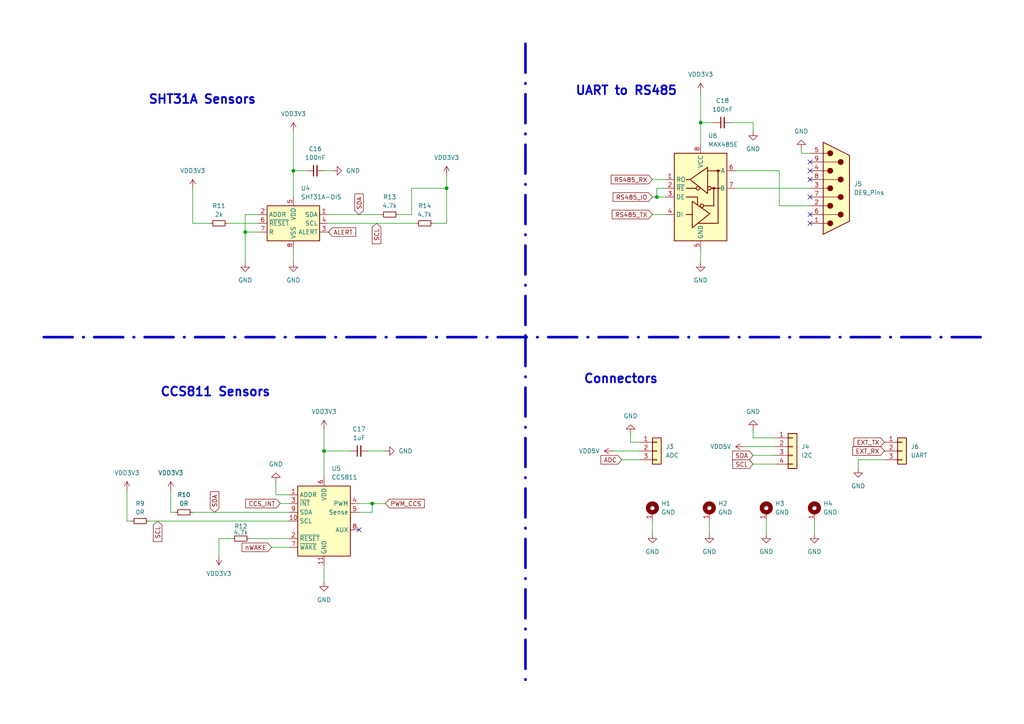
<source format=kicad_sch>
(kicad_sch (version 20250114) (generator "eeschema") (generator_version "9.0")
  (paper "A4")
  (title_block (title "Sensors") (date "2025-03-16") (comment 3 "Yusuf Karabocek") (comment 4 "Designed by"))
  (lib_symbols
    (symbol "Connector:DE9_Pins" (pin_names (offset 1.016) (hide yes))
      (property "Reference" "J" (at 0 13.97 0))
      (property "Value" "DE9_Pins" (at 0 -14.605 0))
      (symbol "DE9_Pins_0_1"
        (polyline (pts (xy -3.81 10.16) (xy -2.54 10.16)))
        (polyline (pts (xy -3.81 7.62) (xy 0.508 7.62)))
        (polyline (pts (xy -3.81 5.08) (xy -2.54 5.08)))
        (polyline (pts (xy -3.81 2.54) (xy 0.508 2.54)))
        (polyline (pts (xy -3.81 0) (xy -2.54 0)))
        (polyline (pts (xy -3.81 -2.54) (xy 0.508 -2.54)))
        (polyline (pts (xy -3.81 -5.08) (xy -2.54 -5.08)))
        (polyline (pts (xy -3.81 -7.62) (xy 0.508 -7.62)))
        (polyline (pts (xy -3.81 -10.16) (xy -2.54 -10.16)))
        (polyline (pts (xy -3.81 -13.335) (xy -3.81 13.335) (xy 3.81 9.525) (xy 3.81 -9.525) (xy -3.81 -13.335)) (stroke (width 0.254)) (fill (type background)))
        (circle (center -1.778 10.16) (radius 0.762) (fill (type outline)))
        (circle (center -1.778 5.08) (radius 0.762) (fill (type outline)))
        (circle (center -1.778 0) (radius 0.762) (fill (type outline)))
        (circle (center -1.778 -5.08) (radius 0.762) (fill (type outline)))
        (circle (center -1.778 -10.16) (radius 0.762) (fill (type outline)))
        (circle (center 1.27 7.62) (radius 0.762) (fill (type outline)))
        (circle (center 1.27 2.54) (radius 0.762) (fill (type outline)))
        (circle (center 1.27 -2.54) (radius 0.762) (fill (type outline)))
        (circle (center 1.27 -7.62) (radius 0.762) (fill (type outline)))
      )
      (symbol "DE9_Pins_1_1"
        (pin passive line (at -7.62 10.16 0) (length 3.81) (name "5") (number "5"))
        (pin passive line (at -7.62 7.62 0) (length 3.81) (name "9") (number "9"))
        (pin passive line (at -7.62 5.08 0) (length 3.81) (name "4") (number "4"))
        (pin passive line (at -7.62 2.54 0) (length 3.81) (name "8") (number "8"))
        (pin passive line (at -7.62 0 0) (length 3.81) (name "3") (number "3"))
        (pin passive line (at -7.62 -2.54 0) (length 3.81) (name "7") (number "7"))
        (pin passive line (at -7.62 -5.08 0) (length 3.81) (name "2") (number "2"))
        (pin passive line (at -7.62 -7.62 0) (length 3.81) (name "6") (number "6"))
        (pin passive line (at -7.62 -10.16 0) (length 3.81) (name "1") (number "1"))
      )
    )
    (symbol "Connector_Generic:Conn_01x03" (pin_names (offset 1.016) (hide yes))
      (property "Reference" "J" (at 0 5.08 0))
      (property "Value" "Conn_01x03" (at 0 -5.08 0))
      (symbol "Conn_01x03_1_1"
        (rectangle (start -1.27 3.81) (end 1.27 -3.81) (stroke (width 0.254)) (fill (type background)))
        (rectangle (start -1.27 2.667) (end 0 2.413) (stroke (width 0.1524)))
        (rectangle (start -1.27 0.127) (end 0 -0.127) (stroke (width 0.1524)))
        (rectangle (start -1.27 -2.413) (end 0 -2.667) (stroke (width 0.1524)))
        (pin passive line (at -5.08 2.54 0) (length 3.81) (name "Pin_1") (number "1"))
        (pin passive line (at -5.08 0 0) (length 3.81) (name "Pin_2") (number "2"))
        (pin passive line (at -5.08 -2.54 0) (length 3.81) (name "Pin_3") (number "3"))
      )
    )
    (symbol "Connector_Generic:Conn_01x04" (pin_names (offset 1.016) (hide yes))
      (property "Reference" "J" (at 0 5.08 0))
      (property "Value" "Conn_01x04" (at 0 -7.62 0))
      (symbol "Conn_01x04_1_1"
        (rectangle (start -1.27 3.81) (end 1.27 -6.35) (stroke (width 0.254)) (fill (type background)))
        (rectangle (start -1.27 2.667) (end 0 2.413) (stroke (width 0.1524)))
        (rectangle (start -1.27 0.127) (end 0 -0.127) (stroke (width 0.1524)))
        (rectangle (start -1.27 -2.413) (end 0 -2.667) (stroke (width 0.1524)))
        (rectangle (start -1.27 -4.953) (end 0 -5.207) (stroke (width 0.1524)))
        (pin passive line (at -5.08 2.54 0) (length 3.81) (name "Pin_1") (number "1"))
        (pin passive line (at -5.08 0 0) (length 3.81) (name "Pin_2") (number "2"))
        (pin passive line (at -5.08 -2.54 0) (length 3.81) (name "Pin_3") (number "3"))
        (pin passive line (at -5.08 -5.08 0) (length 3.81) (name "Pin_4") (number "4"))
      )
    )
    (symbol "Device:C_Small" (pin_numbers (hide yes)) (pin_names (offset 0.254) (hide yes))
      (property "Reference" "C" (at 0.254 1.778 0))
      (property "Value" "C_Small" (at 0.254 -2.032 0))
      (symbol "C_Small_0_1"
        (polyline (pts (xy -1.524 0.508) (xy 1.524 0.508)) (stroke (width 0.3048)))
        (polyline (pts (xy -1.524 -0.508) (xy 1.524 -0.508)) (stroke (width 0.3302)))
      )
      (symbol "C_Small_1_1"
        (pin passive line (at 0 2.54 270) (length 2.032) (name "~") (number "1"))
        (pin passive line (at 0 -2.54 90) (length 2.032) (name "~") (number "2"))
      )
    )
    (symbol "Device:R_Small" (pin_numbers (hide yes)) (pin_names (offset 0.254) (hide yes))
      (property "Reference" "R" (at 0.762 0.508 0))
      (property "Value" "R_Small" (at 0.762 -1.016 0))
      (symbol "R_Small_0_1"
        (rectangle (start -0.762 1.778) (end 0.762 -1.778) (stroke (width 0.2032)))
      )
      (symbol "R_Small_1_1"
        (pin passive line (at 0 2.54 270) (length 0.762) (name "~") (number "1"))
        (pin passive line (at 0 -2.54 90) (length 0.762) (name "~") (number "2"))
      )
    )
    (symbol "Interface_UART:MAX485E"
      (property "Reference" "U" (at -6.985 13.97 0))
      (property "Value" "MAX485E" (at 1.905 13.97 0))
      (symbol "MAX485E_0_1"
        (rectangle (start -7.62 12.7) (end 7.62 -12.7) (stroke (width 0.254)) (fill (type background)))
        (polyline (pts (xy -4.191 2.54) (xy -1.27 2.54)) (stroke (width 0.254)))
        (polyline (pts (xy -4.191 0) (xy -0.889 0) (xy -0.889 -2.286)) (stroke (width 0.254)))
        (polyline (pts (xy -3.175 5.08) (xy -4.191 5.08) (xy -4.064 5.08)) (stroke (width 0.254)))
        (polyline (pts (xy -2.54 -5.08) (xy -4.191 -5.08)) (stroke (width 0.254)))
        (polyline (pts (xy -2.413 -5.08) (xy -2.413 -1.27) (xy 2.667 -4.826) (xy -2.413 -8.89) (xy -2.413 -5.08)) (stroke (width 0.254)))
        (polyline (pts (xy -0.635 -7.62) (xy 5.08 -7.62)) (stroke (width 0.254)))
        (circle (center 0.381 -2.54) (radius 0.508) (stroke (width 0.254)))
        (polyline (pts (xy 0.889 -2.54) (xy 3.81 -2.54)) (stroke (width 0.254)))
        (polyline (pts (xy 2.032 7.62) (xy 5.715 7.62)) (stroke (width 0.254)))
        (polyline (pts (xy 3.048 2.54) (xy 5.715 2.54)) (stroke (width 0.254)))
        (circle (center 3.81 2.54) (radius 0.2794) (stroke (width 0.254)) (fill (type outline)))
        (polyline (pts (xy 3.81 -2.54) (xy 3.81 2.54)) (stroke (width 0.254)))
        (polyline (pts (xy 5.08 -7.62) (xy 5.08 7.62)) (stroke (width 0.254)))
      )
      (symbol "MAX485E_1_1"
        (circle (center -0.762 2.54) (radius 0.508) (stroke (width 0.254)))
        (polyline (pts (xy 2.032 4.826) (xy 2.032 8.636) (xy -3.048 5.08) (xy 2.032 1.016) (xy 2.032 4.826)) (stroke (width 0.254)))
        (circle (center 2.54 2.54) (radius 0.508) (stroke (width 0.254)))
        (circle (center 5.08 7.62) (radius 0.2794) (stroke (width 0.254)) (fill (type outline)))
        (pin output line (at -10.16 5.08 0) (length 2.54) (name "RO") (number "1"))
        (pin input line (at -10.16 2.54 0) (length 2.54) (name "~{RE}") (number "2"))
        (pin input line (at -10.16 0 0) (length 2.54) (name "DE") (number "3"))
        (pin input line (at -10.16 -5.08 0) (length 2.54) (name "DI") (number "4"))
        (pin power_in line (at 0 15.24 270) (length 2.54) (name "VCC") (number "8"))
        (pin power_in line (at 0 -15.24 90) (length 2.54) (name "GND") (number "5"))
        (pin bidirectional line (at 10.16 7.62 180) (length 2.54) (name "A") (number "6"))
        (pin bidirectional line (at 10.16 2.54 180) (length 2.54) (name "B") (number "7"))
      )
    )
    (symbol "Mechanical:MountingHole_Pad" (pin_names (offset 1.016)) (exclude_from_sim yes) (in_bom no)
      (property "Reference" "H" (at 0 6.35 0))
      (property "Value" "MountingHole_Pad" (at 0 4.445 0))
      (symbol "MountingHole_Pad_0_1"
        (circle (center 0 1.27) (radius 1.27) (stroke (width 1.27)))
      )
      (symbol "MountingHole_Pad_1_1"
        (pin input line (at 0 -2.54 90) (length 2.54) (name "1") (number "1"))
      )
    )
    (symbol "Sensor_Gas:CCS811"
      (property "Reference" "U" (at -8.89 13.97 0))
      (property "Value" "CCS811" (at -6.35 11.43 0))
      (symbol "CCS811_0_1"
        (rectangle (start -7.62 10.16) (end 7.62 -10.16) (stroke (width 0.254)) (fill (type background)))
      )
      (symbol "CCS811_1_1"
        (pin input line (at -10.16 7.62 0) (length 2.54) (name "ADDR") (number "1"))
        (pin output line (at -10.16 5.08 0) (length 2.54) (name "~{INT}") (number "3"))
        (pin bidirectional line (at -10.16 2.54 0) (length 2.54) (name "SDA") (number "9"))
        (pin input line (at -10.16 0 0) (length 2.54) (name "SCL") (number "10"))
        (pin input line (at -10.16 -5.08 0) (length 2.54) (name "~{RESET}") (number "2"))
        (pin input line (at -10.16 -7.62 0) (length 2.54) (name "~{WAKE}") (number "7"))
        (pin power_in line (at 0 12.7 270) (length 2.54) (name "VDD") (number "6"))
        (pin power_in line (at 0 -12.7 90) (length 2.54) (name "GND") (number "11"))
        (pin output line (at 10.16 5.08 180) (length 2.54) (name "PWM") (number "4"))
        (pin bidirectional line (at 10.16 2.54 180) (length 2.54) (name "Sense") (number "5"))
        (pin input line (at 10.16 -2.54 180) (length 2.54) (name "AUX") (number "8"))
      )
    )
    (symbol "Sensor_Humidity:SHT31A-DIS"
      (property "Reference" "U" (at -6.35 6.35 0))
      (property "Value" "SHT31A-DIS" (at 6.35 6.35 0))
      (symbol "SHT31A-DIS_0_1"
        (rectangle (start -7.62 5.08) (end 7.62 -5.08) (stroke (width 0.254)) (fill (type background)))
      )
      (symbol "SHT31A-DIS_1_1"
        (pin input line (at -10.16 2.54 0) (length 2.54) (name "ADDR") (number "2"))
        (pin input line (at -10.16 0 0) (length 2.54) (name "~{RESET}") (number "6"))
        (pin passive line (at -10.16 -2.54 0) (length 2.54) (name "R") (number "7"))
        (pin power_in line (at 0 7.62 270) (length 2.54) (name "VDD") (number "5"))
        (pin power_in line (at 0 -7.62 90) (length 2.54) (name "VSS") (number "8"))
        (pin passive line (at 0 -7.62 90) (length 2.54) (hide yes) (name "VSS") (number "9"))
        (pin bidirectional line (at 10.16 2.54 180) (length 2.54) (name "SDA") (number "1"))
        (pin input line (at 10.16 0 180) (length 2.54) (name "SCL") (number "4"))
        (pin output line (at 10.16 -2.54 180) (length 2.54) (name "ALERT") (number "3"))
      )
    )
    (symbol "power:GND" (power) (pin_numbers (hide yes)) (pin_names (offset 0) (hide yes))
      (property "Value" "GND" (at 0 -3.81 0))
      (symbol "GND_0_1"
        (polyline (pts (xy 0 0) (xy 0 -1.27) (xy 1.27 -1.27) (xy 0 -2.54) (xy -1.27 -1.27) (xy 0 -1.27)))
      )
      (symbol "GND_1_1"
        (pin power_in line (at 0 0 270) (length 0) (name "~") (number "1"))
      )
    )
    (symbol "power:VCC" (power) (pin_numbers (hide yes)) (pin_names (offset 0) (hide yes))
      (property "Value" "VCC" (at 0 3.556 0))
      (symbol "VCC_0_1"
        (polyline (pts (xy -0.762 1.27) (xy 0 2.54)))
        (polyline (pts (xy 0 2.54) (xy 0.762 1.27)))
        (polyline (pts (xy 0 0) (xy 0 2.54)))
      )
      (symbol "VCC_1_1"
        (pin power_in line (at 0 0 90) (length 0) (name "~") (number "1"))
      )
    )
  )
  (text "UART to RS485 \n" (at 182.626 26.416 0) (effects (font (size 2.54 2.54) (thickness 0.508) (bold yes))))
  (text "CCS811 Sensors" (at 62.484 113.792 0) (effects (font (size 2.54 2.54) (thickness 0.508) (bold yes))))
  (text "Connectors\n" (at 180.086 109.982 0) (effects (font (size 2.54 2.54) (thickness 0.508) (bold yes))))
  (text "SHT31A Sensors\n" (at 58.674 28.956 0) (effects (font (size 2.54 2.54) (thickness 0.508) (bold yes))))
  (junction (at 203.2 35.56))
  (junction (at 93.98 130.81))
  (junction (at 190.5 57.15))
  (junction (at 85.09 49.53))
  (junction (at 129.54 54.61))
  (junction (at 107.95 146.05))
  (junction (at 71.12 67.31))
  (no_connect (at 234.95 46.99))
  (no_connect (at 234.95 52.07))
  (no_connect (at 234.95 64.77))
  (no_connect (at 234.95 49.53))
  (no_connect (at 234.95 57.15))
  (no_connect (at 234.95 62.23))
  (no_connect (at 104.14 153.67))
  (wire (pts (xy 72.39 156.21) (xy 83.82 156.21)))
  (wire (pts (xy 107.95 146.05) (xy 111.76 146.05)))
  (wire (pts (xy 218.44 134.62) (xy 224.79 134.62)))
  (wire (pts (xy 36.83 151.13) (xy 38.1 151.13)))
  (wire (pts (xy 185.42 128.27) (xy 182.88 128.27)))
  (wire (pts (xy 107.95 148.59) (xy 107.95 146.05)))
  (wire (pts (xy 218.44 127) (xy 224.79 127)))
  (wire (pts (xy 63.5 156.21) (xy 63.5 161.29)))
  (wire (pts (xy 193.04 54.61) (xy 190.5 54.61)))
  (wire (pts (xy 85.09 38.1) (xy 85.09 49.53)))
  (wire (pts (xy 218.44 124.46) (xy 218.44 127)))
  (wire (pts (xy 55.88 54.61) (xy 55.88 64.77)))
  (wire (pts (xy 218.44 132.08) (xy 224.79 132.08)))
  (wire (pts (xy 104.14 146.05) (xy 107.95 146.05)))
  (wire (pts (xy 85.09 49.53) (xy 85.09 57.15)))
  (wire (pts (xy 189.23 52.07) (xy 193.04 52.07)))
  (wire (pts (xy 93.98 124.46) (xy 93.98 130.81)))
  (wire (pts (xy 74.93 67.31) (xy 71.12 67.31)))
  (polyline (pts (xy 152.4 12.7) (xy 152.4 97.79)) (stroke (width 0.762) (type dash_dot)))
  (wire (pts (xy 85.09 72.39) (xy 85.09 76.2)))
  (wire (pts (xy 111.76 130.81) (xy 106.68 130.81)))
  (wire (pts (xy 218.44 35.56) (xy 218.44 38.1)))
  (wire (pts (xy 119.38 62.23) (xy 119.38 54.61)))
  (wire (pts (xy 78.74 158.75) (xy 83.82 158.75)))
  (wire (pts (xy 215.9 129.54) (xy 224.79 129.54)))
  (wire (pts (xy 80.01 139.7) (xy 80.01 143.51)))
  (wire (pts (xy 93.98 130.81) (xy 101.6 130.81)))
  (wire (pts (xy 115.57 62.23) (xy 119.38 62.23)))
  (polyline (pts (xy 152.4 97.79) (xy 152.4 198.12)) (stroke (width 0.762) (type dash_dot)))
  (wire (pts (xy 256.54 133.35) (xy 248.92 133.35)))
  (polyline (pts (xy 12.7 97.79) (xy 284.48 97.79)) (stroke (width 0.762) (type dash_dot)))
  (wire (pts (xy 248.92 133.35) (xy 248.92 135.89)))
  (wire (pts (xy 213.36 49.53) (xy 226.06 49.53)))
  (wire (pts (xy 226.06 49.53) (xy 226.06 59.69)))
  (wire (pts (xy 104.14 148.59) (xy 107.95 148.59)))
  (wire (pts (xy 119.38 54.61) (xy 129.54 54.61)))
  (wire (pts (xy 81.28 146.05) (xy 83.82 146.05)))
  (wire (pts (xy 83.82 148.59) (xy 55.88 148.59)))
  (wire (pts (xy 212.09 35.56) (xy 218.44 35.56)))
  (wire (pts (xy 93.98 138.43) (xy 93.98 130.81)))
  (wire (pts (xy 205.74 154.94) (xy 205.74 151.13)))
  (wire (pts (xy 226.06 59.69) (xy 234.95 59.69)))
  (wire (pts (xy 129.54 50.8) (xy 129.54 54.61)))
  (wire (pts (xy 36.83 142.24) (xy 36.83 151.13)))
  (wire (pts (xy 129.54 64.77) (xy 125.73 64.77)))
  (wire (pts (xy 189.23 154.94) (xy 189.23 151.13)))
  (wire (pts (xy 66.04 64.77) (xy 74.93 64.77)))
  (wire (pts (xy 55.88 64.77) (xy 60.96 64.77)))
  (wire (pts (xy 80.01 143.51) (xy 83.82 143.51)))
  (wire (pts (xy 190.5 57.15) (xy 193.04 57.15)))
  (wire (pts (xy 71.12 62.23) (xy 71.12 67.31)))
  (wire (pts (xy 180.34 133.35) (xy 185.42 133.35)))
  (wire (pts (xy 203.2 76.2) (xy 203.2 72.39)))
  (wire (pts (xy 96.52 49.53) (xy 93.98 49.53)))
  (wire (pts (xy 74.93 62.23) (xy 71.12 62.23)))
  (wire (pts (xy 213.36 54.61) (xy 234.95 54.61)))
  (wire (pts (xy 222.25 154.94) (xy 222.25 151.13)))
  (wire (pts (xy 120.65 64.77) (xy 95.25 64.77)))
  (wire (pts (xy 189.23 62.23) (xy 193.04 62.23)))
  (wire (pts (xy 43.18 151.13) (xy 83.82 151.13)))
  (wire (pts (xy 177.8 130.81) (xy 185.42 130.81)))
  (wire (pts (xy 234.95 44.45) (xy 232.41 44.45)))
  (wire (pts (xy 232.41 44.45) (xy 232.41 43.18)))
  (wire (pts (xy 93.98 168.91) (xy 93.98 163.83)))
  (wire (pts (xy 203.2 26.67) (xy 203.2 35.56)))
  (wire (pts (xy 49.53 148.59) (xy 49.53 142.24)))
  (wire (pts (xy 189.23 57.15) (xy 190.5 57.15)))
  (wire (pts (xy 182.88 128.27) (xy 182.88 125.73)))
  (wire (pts (xy 88.9 49.53) (xy 85.09 49.53)))
  (wire (pts (xy 190.5 54.61) (xy 190.5 57.15)))
  (wire (pts (xy 71.12 67.31) (xy 71.12 76.2)))
  (wire (pts (xy 67.31 156.21) (xy 63.5 156.21)))
  (wire (pts (xy 203.2 41.91) (xy 203.2 35.56)))
  (wire (pts (xy 129.54 54.61) (xy 129.54 64.77)))
  (wire (pts (xy 95.25 62.23) (xy 110.49 62.23)))
  (wire (pts (xy 203.2 35.56) (xy 207.01 35.56)))
  (wire (pts (xy 50.8 148.59) (xy 49.53 148.59)))
  (wire (pts (xy 236.22 154.94) (xy 236.22 151.13)))
  (global_label "ALERT" (shape input) (at 95.25 67.31 0) (property "Intersheetrefs" "${INTERSHEET_REFS}" (effects (hide yes))))
  (global_label "RS485_TX" (shape input) (at 189.23 62.23 180) (property "Intersheetrefs" "${INTERSHEET_REFS}" (effects (hide yes))))
  (global_label "SDA" (shape input) (at 218.44 132.08 180) (property "Intersheetrefs" "${INTERSHEET_REFS}" (effects (hide yes))))
  (global_label "EXT_TX" (shape input) (at 256.54 128.27 180) (effects (font (thickness 0.1588))) (property "Intersheetrefs" "${INTERSHEET_REFS}" (effects (hide yes))))
  (global_label "SCL" (shape input) (at 218.44 134.62 180) (property "Intersheetrefs" "${INTERSHEET_REFS}" (effects (hide yes))))
  (global_label "SCL" (shape input) (at 109.22 64.77 270) (property "Intersheetrefs" "${INTERSHEET_REFS}" (effects (hide yes))))
  (global_label "RS485_IO" (shape input) (at 189.23 57.15 180) (property "Intersheetrefs" "${INTERSHEET_REFS}" (effects (hide yes))))
  (global_label "PWM_CCS" (shape input) (at 111.76 146.05 0) (property "Intersheetrefs" "${INTERSHEET_REFS}" (effects (hide yes))))
  (global_label "SDA" (shape input) (at 62.23 148.59 90) (property "Intersheetrefs" "${INTERSHEET_REFS}" (effects (hide yes))))
  (global_label "ADC" (shape input) (at 180.34 133.35 180) (property "Intersheetrefs" "${INTERSHEET_REFS}" (effects (hide yes))))
  (global_label "nWAKE" (shape input) (at 78.74 158.75 180) (property "Intersheetrefs" "${INTERSHEET_REFS}" (effects (hide yes))))
  (global_label "RS485_RX" (shape input) (at 189.23 52.07 180) (property "Intersheetrefs" "${INTERSHEET_REFS}" (effects (hide yes))))
  (global_label "SDA" (shape input) (at 104.14 62.23 90) (property "Intersheetrefs" "${INTERSHEET_REFS}" (effects (hide yes))))
  (global_label "EXT_RX" (shape input) (at 256.54 130.81 180) (effects (font (thickness 0.1588))) (property "Intersheetrefs" "${INTERSHEET_REFS}" (effects (hide yes))))
  (global_label "CCS_INT" (shape input) (at 81.28 146.05 180) (property "Intersheetrefs" "${INTERSHEET_REFS}" (effects (hide yes))))
  (global_label "SCL" (shape input) (at 45.72 151.13 270) (property "Intersheetrefs" "${INTERSHEET_REFS}" (effects (hide yes))))
  (symbol (lib_id "power:VCC") (at 63.5 161.29 180) (unit 1)
    (property "Reference" "#PWR030" (effects (hide yes)))
    (property "Value" "VDD3V3" (at 63.5 166.37 0))
    (property "Description" "Power symbol creates a global label with name \"VCC\"" (effects (hide yes)))
  )
  (symbol (lib_id "power:VCC") (at 177.8 130.81 90) (unit 1)
    (property "Reference" "#PWR040" (effects (hide yes)))
    (property "Value" "VDD5V" (at 173.99 130.8099 90) (effects (justify left)))
    (property "Description" "Power symbol creates a global label with name \"VCC\"" (effects (hide yes)))
  )
  (symbol (lib_id "power:GND") (at 218.44 124.46 180) (unit 1)
    (property "Reference" "#PWR044" (effects (hide yes)))
    (property "Value" "GND" (at 218.44 119.38 0))
    (property "Description" "Power symbol creates a global label with name \"GND\" , ground" (effects (hide yes)))
  )
  (symbol (lib_id "power:VCC") (at 215.9 129.54 90) (unit 1)
    (property "Reference" "#PWR043" (effects (hide yes)))
    (property "Value" "VDD5V" (at 212.09 129.5399 90) (effects (justify left)))
    (property "Description" "Power symbol creates a global label with name \"VCC\"" (effects (hide yes)))
  )
  (symbol (lib_id "power:GND") (at 80.01 139.7 180) (unit 1)
    (property "Reference" "#PWR032" (effects (hide yes)))
    (property "Value" "GND" (at 80.01 134.62 0))
    (property "Description" "Power symbol creates a global label with name \"GND\" , ground" (effects (hide yes)))
  )
  (symbol (lib_id "Device:R_Small") (at 123.19 64.77 90) (unit 1)
    (property "Reference" "R14" (at 123.19 59.69 90))
    (property "Value" "4.7k" (at 123.19 62.23 90))
    (property "Footprint" "Resistor_SMD:R_0603_1608Metric" (effects (hide yes)))
    (property "Description" "Resistor, small symbol" (effects (hide yes)))
  )
  (symbol (lib_id "power:GND") (at 96.52 49.53 90) (unit 1)
    (property "Reference" "#PWR037" (effects (hide yes)))
    (property "Value" "GND" (at 100.33 49.5299 90) (effects (justify right)))
    (property "Description" "Power symbol creates a global label with name \"GND\" , ground" (effects (hide yes)))
  )
  (symbol (lib_id "power:GND") (at 222.25 154.94 0) (unit 1)
    (property "Reference" "#PWR049" (effects (hide yes)))
    (property "Value" "GND" (at 222.25 160.02 0))
    (property "Description" "Power symbol creates a global label with name \"GND\" , ground" (effects (hide yes)))
  )
  (symbol (lib_id "Interface_UART:MAX485E") (at 203.2 57.15 0) (unit 1)
    (property "Reference" "U6" (at 205.3433 39.37 0) (effects (justify left)))
    (property "Value" "MAX485E" (at 205.3433 41.91 0) (effects (justify left)))
    (property "Footprint" "Package_SO:SOIC-8_3.9x4.9mm_P1.27mm" (effects (hide yes)))
    (property "Datasheet" "https://datasheets.maximintegrated.com/en/ds/MAX1487E-MAX491E.pdf" (effects (hide yes)))
    (property "Description" "Half duplex RS-485/RS-422, 2.5 Mbps, ±15kV electro-static discharge (ESD) protection, no slew-rate, no low-power shutdown, with receiver/driver enable, 32 receiver drive capability, DIP-8 and SOIC-8" (effects (hide yes)))
  )
  (symbol (lib_id "Mechanical:MountingHole_Pad") (at 189.23 148.59 0) (unit 1) (exclude_from_sim yes) (in_bom no)
    (property "Reference" "H1" (at 191.77 146.0499 0) (effects (justify left)))
    (property "Value" "GND" (at 191.77 148.5899 0) (effects (justify left)))
    (property "Footprint" "MountingHole:MountingHole_3.2mm_M3_ISO7380_Pad_TopBottom" (effects (hide yes)))
    (property "Description" "Mounting Hole with connection" (effects (hide yes)))
  )
  (symbol (lib_id "Connector_Generic:Conn_01x04") (at 229.87 129.54 0) (unit 1)
    (property "Reference" "J4" (at 232.41 129.5399 0) (effects (justify left)))
    (property "Value" "I2C" (at 232.41 132.0799 0) (effects (justify left)))
    (property "Footprint" "Connector:FanPinHeader_1x04_P2.54mm_Vertical" (effects (hide yes)))
    (property "Description" "Generic connector, single row, 01x04, script generated (kicad-library-utils/schlib/autogen/connector/)" (effects (hide yes)))
  )
  (symbol (lib_id "power:VCC") (at 129.54 50.8 0) (unit 1)
    (property "Reference" "#PWR039" (effects (hide yes)))
    (property "Value" "VDD3V3" (at 129.54 45.72 0))
    (property "Description" "Power symbol creates a global label with name \"VCC\"" (effects (hide yes)))
  )
  (symbol (lib_id "power:GND") (at 203.2 76.2 0) (unit 1)
    (property "Reference" "#PWR042" (effects (hide yes)))
    (property "Value" "GND" (at 203.2 81.28 0))
    (property "Description" "Power symbol creates a global label with name \"GND\" , ground" (effects (hide yes)))
  )
  (symbol (lib_id "power:VCC") (at 49.53 142.24 0) (unit 1)
    (property "Reference" "#PWR028" (effects (hide yes)))
    (property "Value" "VDD3V3" (at 49.53 137.16 0))
    (property "Description" "Power symbol creates a global label with name \"VCC\"" (effects (hide yes)))
  )
  (symbol (lib_id "Mechanical:MountingHole_Pad") (at 222.25 148.59 0) (unit 1) (exclude_from_sim yes) (in_bom no)
    (property "Reference" "H3" (at 224.79 146.0499 0) (effects (justify left)))
    (property "Value" "GND" (at 224.79 148.5899 0) (effects (justify left)))
    (property "Footprint" "MountingHole:MountingHole_3.2mm_M3_ISO7380_Pad_TopBottom" (effects (hide yes)))
    (property "Description" "Mounting Hole with connection" (effects (hide yes)))
  )
  (symbol (lib_id "power:VCC") (at 93.98 124.46 0) (unit 1)
    (property "Reference" "#PWR035" (effects (hide yes)))
    (property "Value" "VDD3V3" (at 93.98 119.38 0))
    (property "Description" "Power symbol creates a global label with name \"VCC\"" (effects (hide yes)))
  )
  (symbol (lib_id "power:GND") (at 93.98 168.91 0) (unit 1)
    (property "Reference" "#PWR036" (effects (hide yes)))
    (property "Value" "GND" (at 93.98 173.99 0))
    (property "Description" "Power symbol creates a global label with name \"GND\" , ground" (effects (hide yes)))
  )
  (symbol (lib_id "Device:R_Small") (at 40.64 151.13 90) (unit 1)
    (property "Reference" "R9" (at 40.64 146.05 90))
    (property "Value" "0R" (at 40.64 148.59 90))
    (property "Footprint" "Resistor_SMD:R_0603_1608Metric" (effects (hide yes)))
    (property "Description" "Resistor, small symbol" (effects (hide yes)))
  )
  (symbol (lib_id "Sensor_Humidity:SHT31A-DIS") (at 85.09 64.77 0) (unit 1)
    (property "Reference" "U4" (at 87.2333 54.61 0) (effects (justify left)))
    (property "Value" "SHT31A-DIS" (at 87.2333 57.15 0) (effects (justify left)))
    (property "Footprint" "Package_DFN_QFN:DFN-8-1EP_2x2mm_P0.5mm_EP0.6x1.2mm" (effects (hide yes)))
    (property "Datasheet" "https://www.sensirion.com/fileadmin/user_upload/customers/sensirion/Dokumente/2_Humidity_Sensors/Datasheets/Sensirion_Humidity_Sensors_SHT3xA_Datasheet.pdf" (effects (hide yes)))
    (property "Description" "I²C humidity and temperature sensor, ±2%RH, ±0.3°C, AEQ-100, DFN-8" (effects (hide yes)))
  )
  (symbol (lib_id "Device:R_Small") (at 69.85 156.21 90) (unit 1)
    (property "Reference" "R12" (at 69.85 152.654 90))
    (property "Value" "4.7k" (at 69.85 154.432 90))
    (property "Footprint" "Resistor_SMD:R_0603_1608Metric" (effects (hide yes)))
    (property "Description" "Resistor, small symbol" (effects (hide yes)))
  )
  (symbol (lib_id "power:GND") (at 111.76 130.81 90) (unit 1)
    (property "Reference" "#PWR038" (effects (hide yes)))
    (property "Value" "GND" (at 115.57 130.8099 90) (effects (justify right)))
    (property "Description" "Power symbol creates a global label with name \"GND\" , ground" (effects (hide yes)))
  )
  (symbol (lib_id "Device:C_Small") (at 209.55 35.56 90) (unit 1)
    (property "Reference" "C18" (at 209.5563 29.21 90))
    (property "Value" "100nF" (at 209.5563 31.75 90))
    (property "Footprint" "Capacitor_SMD:C_0603_1608Metric" (effects (hide yes)))
    (property "Description" "Unpolarized capacitor, small symbol" (effects (hide yes)))
  )
  (symbol (lib_id "power:VCC") (at 55.88 54.61 0) (unit 1)
    (property "Reference" "#PWR029" (effects (hide yes)))
    (property "Value" "VDD3V3" (at 55.88 49.53 0))
    (property "Description" "Power symbol creates a global label with name \"VCC\"" (effects (hide yes)))
  )
  (symbol (lib_id "power:GND") (at 218.44 38.1 0) (unit 1)
    (property "Reference" "#PWR051" (effects (hide yes)))
    (property "Value" "GND" (at 218.44 43.18 0))
    (property "Description" "Power symbol creates a global label with name \"GND\" , ground" (effects (hide yes)))
  )
  (symbol (lib_id "Device:R_Small") (at 63.5 64.77 90) (unit 1)
    (property "Reference" "R11" (at 63.5 59.69 90))
    (property "Value" "2k" (at 63.5 62.23 90))
    (property "Footprint" "Resistor_SMD:R_0603_1608Metric" (effects (hide yes)))
    (property "Description" "Resistor, small symbol" (effects (hide yes)))
  )
  (symbol (lib_id "Device:R_Small") (at 53.34 148.59 90) (unit 1)
    (property "Reference" "R10" (at 53.34 143.51 90))
    (property "Value" "0R" (at 53.34 146.05 90))
    (property "Footprint" "Resistor_SMD:R_0603_1608Metric" (effects (hide yes)))
    (property "Description" "Resistor, small symbol" (effects (hide yes)))
  )
  (symbol (lib_id "power:GND") (at 232.41 43.18 180) (unit 1)
    (property "Reference" "#PWR045" (effects (hide yes)))
    (property "Value" "GND" (at 232.41 38.1 0))
    (property "Description" "Power symbol creates a global label with name \"GND\" , ground" (effects (hide yes)))
  )
  (symbol (lib_id "Device:C_Small") (at 91.44 49.53 90) (unit 1)
    (property "Reference" "C16" (at 91.4463 43.18 90))
    (property "Value" "100nF" (at 91.4463 45.72 90))
    (property "Footprint" "Capacitor_SMD:C_0603_1608Metric" (effects (hide yes)))
    (property "Description" "Unpolarized capacitor, small symbol" (effects (hide yes)))
  )
  (symbol (lib_id "power:GND") (at 85.09 76.2 0) (unit 1)
    (property "Reference" "#PWR034" (effects (hide yes)))
    (property "Value" "GND" (at 85.09 81.28 0))
    (property "Description" "Power symbol creates a global label with name \"GND\" , ground" (effects (hide yes)))
  )
  (symbol (lib_id "power:GND") (at 189.23 154.94 0) (unit 1)
    (property "Reference" "#PWR047" (effects (hide yes)))
    (property "Value" "GND" (at 189.23 160.02 0))
    (property "Description" "Power symbol creates a global label with name \"GND\" , ground" (effects (hide yes)))
  )
  (symbol (lib_id "power:VCC") (at 36.83 142.24 0) (unit 1)
    (property "Reference" "#PWR027" (effects (hide yes)))
    (property "Value" "VDD3V3" (at 36.83 137.16 0))
    (property "Description" "Power symbol creates a global label with name \"VCC\"" (effects (hide yes)))
  )
  (symbol (lib_id "power:GND") (at 236.22 154.94 0) (unit 1)
    (property "Reference" "#PWR050" (effects (hide yes)))
    (property "Value" "GND" (at 236.22 160.02 0))
    (property "Description" "Power symbol creates a global label with name \"GND\" , ground" (effects (hide yes)))
  )
  (symbol (lib_id "Connector_Generic:Conn_01x03") (at 261.62 130.81 0) (unit 1)
    (property "Reference" "J6" (at 264.16 129.5399 0) (effects (justify left)))
    (property "Value" "UART" (at 264.16 132.0799 0) (effects (justify left)))
    (property "Footprint" "Connector:FanPinHeader_1x03_P2.54mm_Vertical" (effects (hide yes)))
    (property "Description" "Generic connector, single row, 01x03, script generated (kicad-library-utils/schlib/autogen/connector/)" (effects (hide yes)))
  )
  (symbol (lib_id "power:GND") (at 205.74 154.94 0) (unit 1)
    (property "Reference" "#PWR048" (effects (hide yes)))
    (property "Value" "GND" (at 205.74 160.02 0))
    (property "Description" "Power symbol creates a global label with name \"GND\" , ground" (effects (hide yes)))
  )
  (symbol (lib_id "Mechanical:MountingHole_Pad") (at 205.74 148.59 0) (unit 1) (exclude_from_sim yes) (in_bom no)
    (property "Reference" "H2" (at 208.28 146.0499 0) (effects (justify left)))
    (property "Value" "GND" (at 208.28 148.5899 0) (effects (justify left)))
    (property "Footprint" "MountingHole:MountingHole_3.2mm_M3_ISO7380_Pad_TopBottom" (effects (hide yes)))
    (property "Description" "Mounting Hole with connection" (effects (hide yes)))
  )
  (symbol (lib_id "Device:R_Small") (at 113.03 62.23 90) (unit 1)
    (property "Reference" "R13" (at 113.03 57.15 90))
    (property "Value" "4.7k" (at 113.03 59.69 90))
    (property "Footprint" "Resistor_SMD:R_0603_1608Metric" (effects (hide yes)))
    (property "Description" "Resistor, small symbol" (effects (hide yes)))
  )
  (symbol (lib_id "Connector:DE9_Pins") (at 242.57 54.61 0) (unit 1)
    (property "Reference" "J5" (at 247.65 53.3399 0) (effects (justify left)))
    (property "Value" "DE9_Pins" (at 247.65 55.8799 0) (effects (justify left)))
    (property "Footprint" "Connector_Dsub:DSUB-9_Pins_Horizontal_P2.77x2.84mm_EdgePinOffset4.94mm_Housed_MountingHolesOffset4.94mm" (effects (hide yes)))
    (property "Description" "9-pin D-SUB connector, pins (male)" (effects (hide yes)))
  )
  (symbol (lib_id "power:VCC") (at 203.2 26.67 0) (unit 1)
    (property "Reference" "#PWR052" (effects (hide yes)))
    (property "Value" "VDD3V3" (at 203.2 21.59 0))
    (property "Description" "Power symbol creates a global label with name \"VCC\"" (effects (hide yes)))
  )
  (symbol (lib_id "power:VCC") (at 85.09 38.1 0) (unit 1)
    (property "Reference" "#PWR033" (effects (hide yes)))
    (property "Value" "VDD3V3" (at 85.09 33.02 0))
    (property "Description" "Power symbol creates a global label with name \"VCC\"" (effects (hide yes)))
  )
  (symbol (lib_id "power:GND") (at 71.12 76.2 0) (unit 1)
    (property "Reference" "#PWR031" (effects (hide yes)))
    (property "Value" "GND" (at 71.12 81.28 0))
    (property "Description" "Power symbol creates a global label with name \"GND\" , ground" (effects (hide yes)))
  )
  (symbol (lib_id "power:GND") (at 182.88 125.73 180) (unit 1)
    (property "Reference" "#PWR041" (effects (hide yes)))
    (property "Value" "GND" (at 182.88 120.65 0))
    (property "Description" "Power symbol creates a global label with name \"GND\" , ground" (effects (hide yes)))
  )
  (symbol (lib_id "Connector_Generic:Conn_01x03") (at 190.5 130.81 0) (unit 1)
    (property "Reference" "J3" (at 193.04 129.5399 0) (effects (justify left)))
    (property "Value" "ADC" (at 193.04 132.0799 0) (effects (justify left)))
    (property "Footprint" "Connector:FanPinHeader_1x03_P2.54mm_Vertical" (effects (hide yes)))
    (property "Description" "Generic connector, single row, 01x03, script generated (kicad-library-utils/schlib/autogen/connector/)" (effects (hide yes)))
  )
  (symbol (lib_id "power:GND") (at 248.92 135.89 0) (unit 1)
    (property "Reference" "#PWR046" (effects (hide yes)))
    (property "Value" "GND" (at 248.92 140.97 0))
    (property "Description" "Power symbol creates a global label with name \"GND\" , ground" (effects (hide yes)))
  )
  (symbol (lib_id "Device:C_Small") (at 104.14 130.81 90) (unit 1)
    (property "Reference" "C17" (at 104.1463 124.46 90))
    (property "Value" "1uF" (at 104.1463 127 90))
    (property "Footprint" "Capacitor_SMD:C_0603_1608Metric" (effects (hide yes)))
    (property "Description" "Unpolarized capacitor, small symbol" (effects (hide yes)))
  )
  (symbol (lib_id "Sensor_Gas:CCS811") (at 93.98 151.13 0) (unit 1)
    (property "Reference" "U5" (at 96.1233 135.89 0) (effects (justify left)))
    (property "Value" "CCS811" (at 96.1233 138.43 0) (effects (justify left)))
    (property "Footprint" "Package_LGA:AMS_LGA-10-1EP_2.7x4mm_P0.6mm" (effects (hide yes)))
    (property "Datasheet" "https://www.sciosense.com/wp-content/uploads/documents/SC-001232-DS-3-CCS811B-Datasheet-Revision-2.pdf" (effects (hide yes)))
    (property "Description" "Ultra-low power digital gas sensor for monitoring indoor air quality" (effects (hide yes)))
  )
  (symbol (lib_id "Mechanical:MountingHole_Pad") (at 236.22 148.59 0) (unit 1) (exclude_from_sim yes) (in_bom no)
    (property "Reference" "H4" (at 238.76 146.0499 0) (effects (justify left)))
    (property "Value" "GND" (at 238.76 148.5899 0) (effects (justify left)))
    (property "Footprint" "MountingHole:MountingHole_3.2mm_M3_ISO7380_Pad_TopBottom" (effects (hide yes)))
    (property "Description" "Mounting Hole with connection" (effects (hide yes)))
  )
)
</source>
